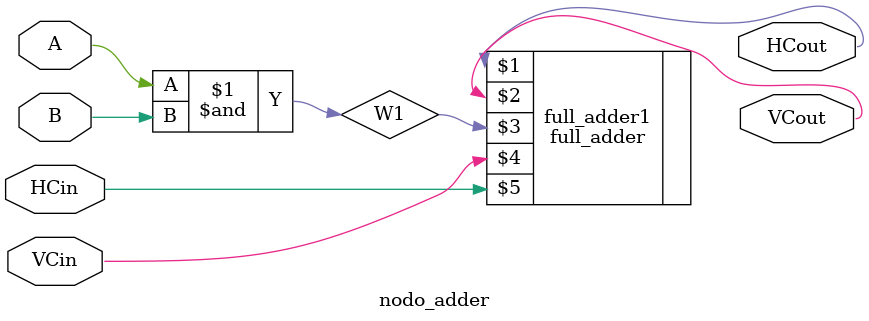
<source format=v>
module nodo_adder(HCout, VCout, A, B, HCin, VCin);
    // Tenemos carry vertical y horizontal
    input A, B, HCin, VCin;
    output HCout, VCout;
    wire W1;
    
    assign W1 = A & B;
    full_adder full_adder1(HCout, VCout, W1, VCin, HCin);
endmodule
</source>
